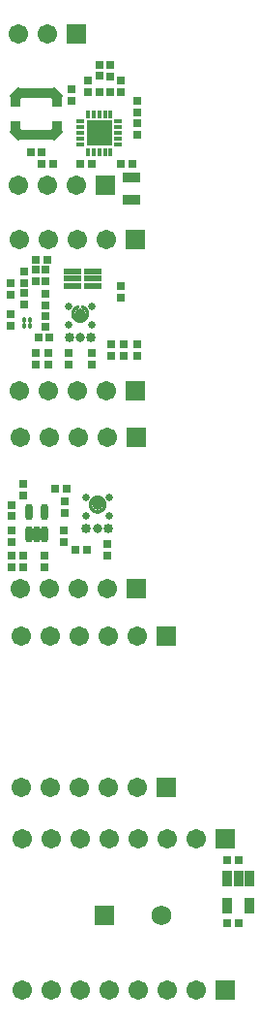
<source format=gbr>
%TF.GenerationSoftware,Altium Limited,Altium Designer,22.6.1 (34)*%
G04 Layer_Color=16711935*
%FSLAX45Y45*%
%MOMM*%
%TF.SameCoordinates,41C29604-6FBD-4392-AD62-CF0DA8D1722B*%
%TF.FilePolarity,Negative*%
%TF.FileFunction,Soldermask,Bot*%
%TF.Part,CustomerPanel*%
G01*
G75*
%TA.AperFunction,SMDPad,CuDef*%
G04:AMPARAMS|DCode=56|XSize=1.3932mm|YSize=0.6032mm|CornerRadius=0.2016mm|HoleSize=0mm|Usage=FLASHONLY|Rotation=90.000|XOffset=0mm|YOffset=0mm|HoleType=Round|Shape=RoundedRectangle|*
%AMROUNDEDRECTD56*
21,1,1.39320,0.20000,0,0,90.0*
21,1,0.99000,0.60320,0,0,90.0*
1,1,0.40320,0.10000,0.49500*
1,1,0.40320,0.10000,-0.49500*
1,1,0.40320,-0.10000,-0.49500*
1,1,0.40320,-0.10000,0.49500*
%
%ADD56ROUNDEDRECTD56*%
%ADD57R,0.80320X0.70320*%
%TA.AperFunction,ConnectorPad*%
%ADD58R,0.80320X0.70320*%
%TA.AperFunction,SMDPad,CuDef*%
%ADD59R,0.35320X0.35320*%
%ADD60C,0.85320*%
%ADD61C,0.66320*%
%ADD62C,0.80320*%
%ADD63R,0.70320X0.80320*%
%ADD64C,0.45720*%
%ADD65R,1.50320X0.60320*%
G04:AMPARAMS|DCode=66|XSize=1.1049mm|YSize=0.9144mm|CornerRadius=0mm|HoleSize=0mm|Usage=FLASHONLY|Rotation=45.000|XOffset=0mm|YOffset=0mm|HoleType=Round|Shape=Rectangle|*
%AMROTATEDRECTD66*
4,1,4,-0.06735,-0.71393,-0.71393,-0.06735,0.06735,0.71393,0.71393,0.06735,-0.06735,-0.71393,0.0*
%
%ADD66ROTATEDRECTD66*%

G04:AMPARAMS|DCode=67|XSize=1.1049mm|YSize=0.9144mm|CornerRadius=0mm|HoleSize=0mm|Usage=FLASHONLY|Rotation=135.000|XOffset=0mm|YOffset=0mm|HoleType=Round|Shape=Rectangle|*
%AMROTATEDRECTD67*
4,1,4,0.71393,-0.06735,0.06735,-0.71393,-0.71393,0.06735,-0.06735,0.71393,0.71393,-0.06735,0.0*
%
%ADD67ROTATEDRECTD67*%

%ADD68R,0.91440X1.00330*%
%ADD69R,3.32740X0.91440*%
%ADD70R,2.19000X2.19000*%
%ADD71O,0.38000X0.74000*%
%ADD72O,0.74000X0.38000*%
%TA.AperFunction,ConnectorPad*%
%ADD73R,1.50320X0.90320*%
%ADD74R,0.90320X1.45320*%
%TA.AperFunction,ComponentPad*%
%ADD75R,1.70320X1.70320*%
%ADD76C,1.70320*%
%ADD77C,1.00320*%
%TA.AperFunction,ViaPad*%
%ADD78C,0.83820*%
%TA.AperFunction,ComponentPad*%
%ADD79C,1.72720*%
%ADD80R,1.72720X1.72720*%
G36*
X513712Y5980190D02*
X517629Y5979783D01*
X521519Y5979176D01*
X525374Y5978371D01*
X529182Y5977369D01*
X532934Y5976174D01*
X536620Y5974789D01*
X540230Y5973217D01*
X543755Y5971462D01*
X547185Y5969529D01*
X550512Y5967423D01*
X553727Y5965149D01*
X556822Y5962714D01*
X559788Y5960124D01*
X562617Y5957386D01*
X565302Y5954506D01*
X567837Y5951492D01*
X570214Y5948353D01*
X572427Y5945097D01*
X574471Y5941731D01*
X576340Y5938265D01*
X578029Y5934708D01*
X579534Y5931069D01*
X580850Y5927358D01*
X581975Y5923585D01*
X582905Y5919759D01*
X583639Y5915890D01*
X584173Y5911989D01*
X584507Y5908065D01*
X584640Y5904130D01*
X584608Y5902300D01*
Y5898300D01*
X584430Y5895710D01*
X583981Y5891923D01*
X583349Y5888162D01*
X582537Y5884436D01*
X581545Y5880753D01*
X580377Y5877122D01*
X579035Y5873552D01*
X577523Y5870051D01*
X575843Y5866627D01*
X574000Y5863288D01*
X571997Y5860042D01*
X569841Y5856896D01*
X567535Y5853858D01*
X565085Y5850935D01*
X562497Y5848134D01*
X559777Y5845460D01*
X556931Y5842922D01*
X553965Y5840523D01*
X550888Y5838271D01*
X547705Y5836169D01*
X544424Y5834224D01*
X541054Y5832439D01*
X537601Y5830819D01*
X534074Y5829368D01*
X530481Y5828089D01*
X526831Y5826984D01*
X523131Y5826057D01*
X519391Y5825310D01*
X515619Y5824744D01*
X511825Y5824361D01*
X510608Y5824300D01*
X504566D01*
X500487Y5824514D01*
X496424Y5824941D01*
X492389Y5825580D01*
X488393Y5826429D01*
X484448Y5827486D01*
X480563Y5828749D01*
X476749Y5830213D01*
X473017Y5831874D01*
X469377Y5833728D01*
X465840Y5835771D01*
X462414Y5837996D01*
X459109Y5840397D01*
X455934Y5842968D01*
X452898Y5845701D01*
X450010Y5848590D01*
X447276Y5851625D01*
X444705Y5854800D01*
X442304Y5858105D01*
X440080Y5861531D01*
X438037Y5865069D01*
X436183Y5868708D01*
X434521Y5872440D01*
X433057Y5876254D01*
X431795Y5880139D01*
X430737Y5884084D01*
X429888Y5888080D01*
X429249Y5892115D01*
X428822Y5896178D01*
X428608Y5900257D01*
Y5902300D01*
Y5905300D01*
X428687Y5907585D01*
X429010Y5911402D01*
X429521Y5915199D01*
X430219Y5918966D01*
X431103Y5922694D01*
X432169Y5926374D01*
X433416Y5929996D01*
X434841Y5933553D01*
X436440Y5937034D01*
X438209Y5940433D01*
X440144Y5943739D01*
X442240Y5946947D01*
X444492Y5950046D01*
X446894Y5953030D01*
X449441Y5955893D01*
X452127Y5958625D01*
X454944Y5961222D01*
X457886Y5963676D01*
X460945Y5965982D01*
X464116Y5968133D01*
X467388Y5970125D01*
X470755Y5971954D01*
X474208Y5973613D01*
X477739Y5975100D01*
X481339Y5976410D01*
X485000Y5977541D01*
X488712Y5978489D01*
X492466Y5979253D01*
X496254Y5979831D01*
X500065Y5980220D01*
X501608Y5980300D01*
Y5950300D01*
X500821Y5950232D01*
X498547Y5949922D01*
X496291Y5949503D01*
X494058Y5948975D01*
X491852Y5948340D01*
X489681Y5947599D01*
X487547Y5946754D01*
X485456Y5945808D01*
X483414Y5944761D01*
X481425Y5943617D01*
X479493Y5942378D01*
X477623Y5941048D01*
X475820Y5939629D01*
X474087Y5938124D01*
X472429Y5936538D01*
X470849Y5934873D01*
X469352Y5933135D01*
X467940Y5931325D01*
X466617Y5929450D01*
X465386Y5927513D01*
X464251Y5925520D01*
X463212Y5923473D01*
X462274Y5921379D01*
X461438Y5919242D01*
X460706Y5917067D01*
X460080Y5914859D01*
X459561Y5912623D01*
X459151Y5910366D01*
X458850Y5908091D01*
X458659Y5905804D01*
X458608Y5904300D01*
Y5898300D01*
X458706Y5897178D01*
X459007Y5894945D01*
X459411Y5892728D01*
X459918Y5890533D01*
X460526Y5888363D01*
X461235Y5886224D01*
X462043Y5884121D01*
X462947Y5882057D01*
X463946Y5880038D01*
X465039Y5878067D01*
X466222Y5876150D01*
X467492Y5874289D01*
X468848Y5872489D01*
X470287Y5870755D01*
X471804Y5869089D01*
X473397Y5867496D01*
X475063Y5865979D01*
X476797Y5864540D01*
X478597Y5863185D01*
X480457Y5861914D01*
X482375Y5860731D01*
X484346Y5859639D01*
X486365Y5858639D01*
X488429Y5857735D01*
X490532Y5856927D01*
X492671Y5856218D01*
X494841Y5855610D01*
X497036Y5855103D01*
X499252Y5854699D01*
X501486Y5854398D01*
X502608Y5854300D01*
X507865D01*
X510375Y5854432D01*
X512875Y5854694D01*
X515358Y5855088D01*
X517817Y5855610D01*
X520245Y5856261D01*
X522636Y5857038D01*
X524983Y5857938D01*
X527279Y5858961D01*
X529519Y5860102D01*
X531696Y5861359D01*
X533805Y5862728D01*
X535838Y5864206D01*
X537792Y5865788D01*
X539660Y5867470D01*
X541438Y5869248D01*
X543120Y5871116D01*
X544702Y5873069D01*
X546180Y5875103D01*
X547549Y5877211D01*
X548806Y5879388D01*
X549947Y5881628D01*
X550969Y5883924D01*
X551870Y5886271D01*
X552647Y5888662D01*
X553298Y5891091D01*
X553821Y5893549D01*
X554214Y5896032D01*
X554476Y5898533D01*
X554608Y5901043D01*
Y5902300D01*
Y5903300D01*
X554610Y5904085D01*
X554496Y5906409D01*
X554269Y5908724D01*
X553929Y5911026D01*
X553477Y5913308D01*
X552914Y5915566D01*
X552242Y5917794D01*
X551461Y5919985D01*
X550575Y5922136D01*
X549584Y5924242D01*
X548492Y5926296D01*
X547300Y5928295D01*
X546013Y5930233D01*
X544632Y5932105D01*
X543161Y5933908D01*
X541605Y5935637D01*
X539965Y5937288D01*
X538247Y5938857D01*
X536455Y5940340D01*
X534591Y5941734D01*
X532662Y5943035D01*
X530672Y5944240D01*
X528626Y5945347D01*
X526527Y5946352D01*
X524382Y5947254D01*
X522196Y5948050D01*
X519974Y5948738D01*
X517720Y5949317D01*
X515441Y5949784D01*
X513141Y5950140D01*
X511608Y5950300D01*
Y5980300D01*
X513712Y5980190D01*
D02*
G37*
G36*
X664742Y4315429D02*
X668659Y4315022D01*
X672549Y4314415D01*
X676404Y4313610D01*
X680212Y4312608D01*
X683964Y4311413D01*
X687650Y4310028D01*
X691260Y4308456D01*
X694785Y4306701D01*
X698215Y4304768D01*
X701542Y4302662D01*
X704757Y4300388D01*
X707852Y4297953D01*
X710817Y4295363D01*
X713647Y4292625D01*
X716332Y4289745D01*
X718867Y4286731D01*
X721244Y4283592D01*
X723457Y4280336D01*
X725501Y4276970D01*
X727370Y4273504D01*
X729059Y4269947D01*
X730563Y4266308D01*
X731880Y4262597D01*
X733005Y4258824D01*
X733935Y4254998D01*
X734669Y4251129D01*
X735203Y4247227D01*
X735537Y4243304D01*
X735670Y4239369D01*
X735638Y4237539D01*
Y4233539D01*
X735460Y4230949D01*
X735011Y4227162D01*
X734379Y4223400D01*
X733566Y4219674D01*
X732575Y4215991D01*
X731407Y4212361D01*
X730065Y4208791D01*
X728553Y4205290D01*
X726873Y4201866D01*
X725030Y4198527D01*
X723027Y4195280D01*
X720871Y4192135D01*
X718565Y4189097D01*
X716115Y4186174D01*
X713527Y4183372D01*
X710807Y4180699D01*
X707960Y4178161D01*
X704995Y4175762D01*
X701918Y4173510D01*
X698735Y4171408D01*
X695454Y4169463D01*
X692084Y4167678D01*
X688631Y4166058D01*
X685104Y4164607D01*
X681511Y4163327D01*
X677860Y4162223D01*
X674161Y4161296D01*
X670421Y4160549D01*
X666649Y4159983D01*
X662855Y4159600D01*
X661638Y4159539D01*
X655596D01*
X651517Y4159753D01*
X647454Y4160180D01*
X643419Y4160818D01*
X639423Y4161668D01*
X635478Y4162725D01*
X631593Y4163987D01*
X627779Y4165451D01*
X624047Y4167113D01*
X620407Y4168967D01*
X616869Y4171010D01*
X613444Y4173235D01*
X610139Y4175636D01*
X606964Y4178207D01*
X603928Y4180940D01*
X601040Y4183828D01*
X598306Y4186864D01*
X595735Y4190039D01*
X593334Y4193344D01*
X591110Y4196770D01*
X589067Y4200307D01*
X587212Y4203947D01*
X585551Y4207679D01*
X584087Y4211492D01*
X582825Y4215378D01*
X581767Y4219323D01*
X580918Y4223319D01*
X580279Y4227354D01*
X579852Y4231416D01*
X579638Y4235496D01*
Y4237539D01*
Y4240539D01*
X579717Y4242823D01*
X580040Y4246641D01*
X580551Y4250438D01*
X581249Y4254205D01*
X582132Y4257933D01*
X583199Y4261613D01*
X584446Y4265235D01*
X585871Y4268792D01*
X587470Y4272273D01*
X589239Y4275672D01*
X591174Y4278978D01*
X593270Y4282186D01*
X595522Y4285285D01*
X597924Y4288269D01*
X600471Y4291132D01*
X603157Y4293864D01*
X605974Y4296461D01*
X608916Y4298915D01*
X611975Y4301221D01*
X615146Y4303372D01*
X618418Y4305364D01*
X621785Y4307193D01*
X625238Y4308852D01*
X628769Y4310339D01*
X632369Y4311649D01*
X636030Y4312780D01*
X639742Y4313728D01*
X643496Y4314492D01*
X647283Y4315070D01*
X651095Y4315459D01*
X652638Y4315539D01*
Y4285539D01*
X651851Y4285471D01*
X649577Y4285161D01*
X647321Y4284742D01*
X645088Y4284214D01*
X642882Y4283579D01*
X640710Y4282838D01*
X638577Y4281993D01*
X636486Y4281047D01*
X634444Y4280000D01*
X632455Y4278856D01*
X630523Y4277617D01*
X628653Y4276287D01*
X626850Y4274868D01*
X625117Y4273363D01*
X623459Y4271777D01*
X621879Y4270112D01*
X620382Y4268374D01*
X618970Y4266564D01*
X617647Y4264689D01*
X616416Y4262752D01*
X615281Y4260758D01*
X614242Y4258712D01*
X613304Y4256617D01*
X612468Y4254480D01*
X611736Y4252305D01*
X611110Y4250098D01*
X610591Y4247862D01*
X610181Y4245604D01*
X609880Y4243330D01*
X609689Y4241043D01*
X609638Y4239539D01*
Y4233539D01*
X609736Y4232417D01*
X610037Y4230184D01*
X610441Y4227967D01*
X610948Y4225772D01*
X611556Y4223602D01*
X612265Y4221463D01*
X613072Y4219360D01*
X613977Y4217296D01*
X614976Y4215277D01*
X616069Y4213306D01*
X617251Y4211388D01*
X618522Y4209528D01*
X619878Y4207728D01*
X621317Y4205994D01*
X622834Y4204328D01*
X624427Y4202735D01*
X626093Y4201218D01*
X627827Y4199779D01*
X629627Y4198423D01*
X631487Y4197152D01*
X633405Y4195970D01*
X635376Y4194877D01*
X637395Y4193878D01*
X639459Y4192973D01*
X641562Y4192166D01*
X643701Y4191457D01*
X645870Y4190849D01*
X648066Y4190342D01*
X650282Y4189938D01*
X652516Y4189637D01*
X653638Y4189539D01*
X658895D01*
X661405Y4189670D01*
X663905Y4189933D01*
X666388Y4190326D01*
X668847Y4190849D01*
X671275Y4191500D01*
X673666Y4192276D01*
X676013Y4193177D01*
X678309Y4194200D01*
X680549Y4195341D01*
X682726Y4196598D01*
X684835Y4197967D01*
X686868Y4199444D01*
X688822Y4201027D01*
X690690Y4202709D01*
X692468Y4204486D01*
X694150Y4206354D01*
X695732Y4208308D01*
X697209Y4210342D01*
X698578Y4212450D01*
X699836Y4214627D01*
X700977Y4216867D01*
X701999Y4219163D01*
X702900Y4221510D01*
X703677Y4223901D01*
X704328Y4226329D01*
X704851Y4228788D01*
X705244Y4231271D01*
X705506Y4233771D01*
X705638Y4236282D01*
Y4237539D01*
Y4238539D01*
X705639Y4239324D01*
X705526Y4241648D01*
X705299Y4243963D01*
X704959Y4246265D01*
X704507Y4248547D01*
X703944Y4250805D01*
X703272Y4253032D01*
X702491Y4255224D01*
X701605Y4257375D01*
X700614Y4259480D01*
X699522Y4261535D01*
X698330Y4263534D01*
X697043Y4265472D01*
X695662Y4267344D01*
X694191Y4269147D01*
X692635Y4270876D01*
X690995Y4272527D01*
X689277Y4274096D01*
X687485Y4275579D01*
X685621Y4276973D01*
X683692Y4278274D01*
X681702Y4279479D01*
X679655Y4280586D01*
X677557Y4281591D01*
X675412Y4282493D01*
X673226Y4283289D01*
X671003Y4283977D01*
X668750Y4284556D01*
X666471Y4285023D01*
X664171Y4285379D01*
X662638Y4285539D01*
Y4315539D01*
X664742Y4315429D01*
D02*
G37*
D56*
X59338Y4170039D02*
D03*
Y3978039D02*
D03*
X189338Y4170039D02*
D03*
X124338Y3978039D02*
D03*
X189338D02*
D03*
D57*
X10038Y4419440D02*
D03*
Y4319435D02*
D03*
X746638Y3790196D02*
D03*
Y3890196D02*
D03*
X365638Y4009741D02*
D03*
Y3909741D02*
D03*
X367238Y4263356D02*
D03*
Y4163356D02*
D03*
X189338Y3693836D02*
D03*
Y3793836D02*
D03*
X10038Y3793841D02*
D03*
Y3693836D02*
D03*
X114300Y5561800D02*
D03*
Y5461800D02*
D03*
X228600Y5561800D02*
D03*
Y5461800D02*
D03*
X774700Y5538000D02*
D03*
Y5638000D02*
D03*
X889000Y5538000D02*
D03*
Y5638000D02*
D03*
X1003300Y5537200D02*
D03*
Y5637200D02*
D03*
X203200Y6075964D02*
D03*
Y5975964D02*
D03*
Y6285702D02*
D03*
Y6185703D02*
D03*
X114300D02*
D03*
Y6285702D02*
D03*
X863600Y6045200D02*
D03*
Y6145200D02*
D03*
X12700Y6170605D02*
D03*
Y6270605D02*
D03*
X609600Y5561800D02*
D03*
Y5461800D02*
D03*
X405108Y5561800D02*
D03*
Y5461800D02*
D03*
X202797Y5786169D02*
D03*
Y5886169D02*
D03*
X12700Y5981700D02*
D03*
Y6081705D02*
D03*
X1003300Y7664380D02*
D03*
Y7764380D02*
D03*
X1004320Y7469855D02*
D03*
Y7569855D02*
D03*
X431800Y7759700D02*
D03*
Y7859700D02*
D03*
X573100Y7935900D02*
D03*
Y7835900D02*
D03*
X672694Y7978972D02*
D03*
Y8078972D02*
D03*
X773100Y8076400D02*
D03*
Y7976400D02*
D03*
X865200Y7936700D02*
D03*
Y7836700D02*
D03*
D58*
X-91562Y4134771D02*
D03*
Y4234776D02*
D03*
X-91562Y4009741D02*
D03*
Y3909736D02*
D03*
Y3793841D02*
D03*
Y3693836D02*
D03*
X-101600Y5901558D02*
D03*
Y5801558D02*
D03*
Y6170600D02*
D03*
Y6070600D02*
D03*
D59*
X657636Y4174536D02*
D03*
X506607Y5839298D02*
D03*
D60*
X754136Y4027537D02*
D03*
X561137D02*
D03*
X603106Y5692298D02*
D03*
X410107D02*
D03*
D61*
X759140Y4137539D02*
D03*
X556138D02*
D03*
X759140Y4301536D02*
D03*
X556138D02*
D03*
X608110Y5802300D02*
D03*
X405108D02*
D03*
X608110Y5966298D02*
D03*
X405108D02*
D03*
D62*
X657636Y4027537D02*
D03*
X506607Y5692298D02*
D03*
D63*
X388558Y4378839D02*
D03*
X288558D02*
D03*
X468036Y3840199D02*
D03*
X568041D02*
D03*
X215097Y6375400D02*
D03*
X115098D02*
D03*
X139700Y5692298D02*
D03*
X239700D02*
D03*
X170650Y7314499D02*
D03*
X70650D02*
D03*
X673100Y7835900D02*
D03*
X773100D02*
D03*
X864400Y7213600D02*
D03*
X964400D02*
D03*
X608100D02*
D03*
X508100D02*
D03*
X265900D02*
D03*
X165900D02*
D03*
X1891500Y1130301D02*
D03*
X1791500D02*
D03*
Y584201D02*
D03*
X1891500D02*
D03*
D64*
X63500Y5852358D02*
D03*
X12700D02*
D03*
X63500Y5801558D02*
D03*
X12700D02*
D03*
D65*
X435631Y6145301D02*
D03*
Y6210300D02*
D03*
X617129D02*
D03*
X435631Y6275299D02*
D03*
X617129D02*
D03*
Y6145301D02*
D03*
D66*
X-40640Y7810970D02*
D03*
X283210Y7484580D02*
D03*
D67*
X-41910D02*
D03*
X283210Y7809700D02*
D03*
D68*
X-63500Y7763980D02*
D03*
X304800D02*
D03*
X-63500Y7530300D02*
D03*
X304800D02*
D03*
D69*
X120650Y7831290D02*
D03*
Y7462990D02*
D03*
D70*
X673100Y7480300D02*
D03*
D71*
X573100Y7315300D02*
D03*
X623100D02*
D03*
X673100D02*
D03*
X723100D02*
D03*
X773100D02*
D03*
Y7645300D02*
D03*
X723100D02*
D03*
X673100D02*
D03*
X623100D02*
D03*
X573100D02*
D03*
D72*
X838100Y7380300D02*
D03*
Y7430300D02*
D03*
Y7480300D02*
D03*
Y7530300D02*
D03*
Y7580300D02*
D03*
X508100D02*
D03*
Y7530300D02*
D03*
Y7480300D02*
D03*
Y7430300D02*
D03*
Y7380300D02*
D03*
D73*
X952500Y7092700D02*
D03*
Y6902700D02*
D03*
D74*
X1796500Y975330D02*
D03*
X1891500D02*
D03*
X1986500D02*
D03*
Y735330D02*
D03*
X1796500D02*
D03*
D75*
X1000638Y4823339D02*
D03*
Y3502539D02*
D03*
X990600Y5232400D02*
D03*
Y6553200D02*
D03*
X723900Y7023100D02*
D03*
X469900Y8343900D02*
D03*
X1257300Y1765300D02*
D03*
Y3086100D02*
D03*
X1778000Y1320801D02*
D03*
Y1D02*
D03*
D76*
X746638Y4823339D02*
D03*
X492638D02*
D03*
X238638D02*
D03*
X-15362D02*
D03*
X746638Y3502539D02*
D03*
X492638D02*
D03*
X238638D02*
D03*
X-15362D02*
D03*
X736600Y5232400D02*
D03*
X482600D02*
D03*
X228600D02*
D03*
X-25400D02*
D03*
X736600Y6553200D02*
D03*
X482600D02*
D03*
X228600D02*
D03*
X-25400D02*
D03*
X-38100Y7023100D02*
D03*
X215900D02*
D03*
X469900D02*
D03*
X215900Y8343900D02*
D03*
X-38100D02*
D03*
X-12700Y1765300D02*
D03*
X241300D02*
D03*
X495300D02*
D03*
X749300D02*
D03*
X1003300D02*
D03*
Y3086100D02*
D03*
X749300D02*
D03*
X495300D02*
D03*
X241300D02*
D03*
X-12700D02*
D03*
X0Y1320801D02*
D03*
X254000D02*
D03*
X508000D02*
D03*
X762000D02*
D03*
X1016000D02*
D03*
X1270000D02*
D03*
X1524000D02*
D03*
X0Y1D02*
D03*
X254000D02*
D03*
X508000D02*
D03*
X762000D02*
D03*
X1016000D02*
D03*
X1270000D02*
D03*
X1524000D02*
D03*
D77*
X657636Y4237539D02*
D03*
X506607Y5902300D02*
D03*
D78*
X623100Y7530300D02*
D03*
Y7430300D02*
D03*
D79*
X1215200Y647701D02*
D03*
D80*
X715200D02*
D03*
%TF.MD5,bd809b886376e462730575c762bc23af*%
M02*

</source>
